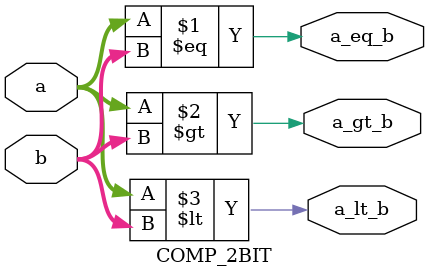
<source format=v>
`timescale 1ns / 1ps

module COMP_2BIT( input wire[1:0] b, 
                  input wire[1:0] a,
						output wire a_eq_b,
						output wire a_gt_b,
						output wire a_lt_b );

    assign a_eq_b = a == b;
	 assign a_gt_b = a > b;
	 assign a_lt_b = a < b;

endmodule

</source>
